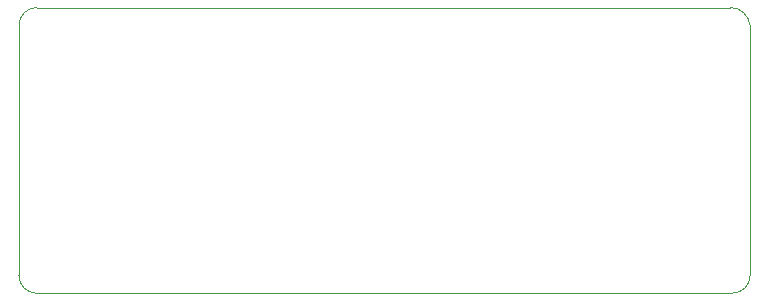
<source format=gbr>
%TF.GenerationSoftware,KiCad,Pcbnew,8.0.2*%
%TF.CreationDate,2024-11-07T23:12:14+05:30*%
%TF.ProjectId,lsa,6c73612e-6b69-4636-9164-5f7063625858,rev?*%
%TF.SameCoordinates,Original*%
%TF.FileFunction,Profile,NP*%
%FSLAX46Y46*%
G04 Gerber Fmt 4.6, Leading zero omitted, Abs format (unit mm)*
G04 Created by KiCad (PCBNEW 8.0.2) date 2024-11-07 23:12:14*
%MOMM*%
%LPD*%
G01*
G04 APERTURE LIST*
%TA.AperFunction,Profile*%
%ADD10C,0.100000*%
%TD*%
G04 APERTURE END LIST*
D10*
X147039340Y-90579340D02*
X147039340Y-70910660D01*
X147039340Y-70910660D02*
X147025000Y-69400330D01*
X86810000Y-92090000D02*
X145539340Y-92079340D01*
X86625000Y-92090000D02*
G75*
G02*
X85125000Y-90590000I0J1500000D01*
G01*
X145364670Y-67900330D02*
X86635330Y-67899670D01*
X85135330Y-69399670D02*
G75*
G02*
X86635330Y-67899730I1499970J-30D01*
G01*
X147039340Y-90579340D02*
G75*
G02*
X145539340Y-92079340I-1500040J40D01*
G01*
X86625000Y-92090000D02*
X86810000Y-92090000D01*
X85135330Y-89079670D02*
X85125000Y-90590000D01*
X85135330Y-69399670D02*
X85135330Y-89079670D01*
X145364670Y-67900330D02*
G75*
G02*
X147024995Y-69400331I-70J-1668970D01*
G01*
M02*

</source>
